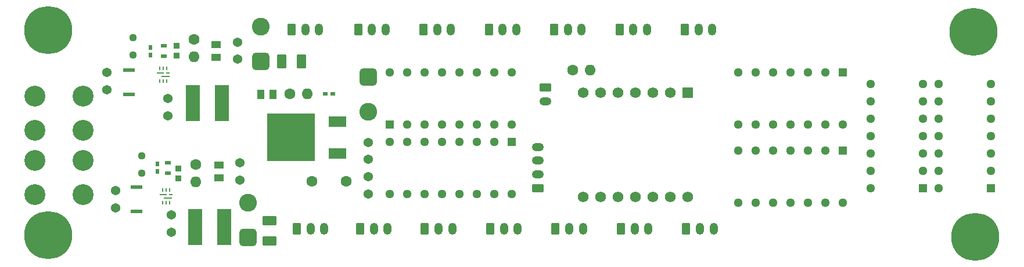
<source format=gts>
G04 #@! TF.GenerationSoftware,KiCad,Pcbnew,7.0.10*
G04 #@! TF.CreationDate,2025-02-28T21:12:07-05:00*
G04 #@! TF.ProjectId,SDP25_MainPCB_V2,53445032-355f-44d6-9169-6e5043425f56,2.1*
G04 #@! TF.SameCoordinates,Original*
G04 #@! TF.FileFunction,Soldermask,Top*
G04 #@! TF.FilePolarity,Negative*
%FSLAX46Y46*%
G04 Gerber Fmt 4.6, Leading zero omitted, Abs format (unit mm)*
G04 Created by KiCad (PCBNEW 7.0.10) date 2025-02-28 21:12:07*
%MOMM*%
%LPD*%
G01*
G04 APERTURE LIST*
G04 Aperture macros list*
%AMRoundRect*
0 Rectangle with rounded corners*
0 $1 Rounding radius*
0 $2 $3 $4 $5 $6 $7 $8 $9 X,Y pos of 4 corners*
0 Add a 4 corners polygon primitive as box body*
4,1,4,$2,$3,$4,$5,$6,$7,$8,$9,$2,$3,0*
0 Add four circle primitives for the rounded corners*
1,1,$1+$1,$2,$3*
1,1,$1+$1,$4,$5*
1,1,$1+$1,$6,$7*
1,1,$1+$1,$8,$9*
0 Add four rect primitives between the rounded corners*
20,1,$1+$1,$2,$3,$4,$5,0*
20,1,$1+$1,$4,$5,$6,$7,0*
20,1,$1+$1,$6,$7,$8,$9,0*
20,1,$1+$1,$8,$9,$2,$3,0*%
G04 Aperture macros list end*
%ADD10C,3.054000*%
%ADD11RoundRect,0.250000X0.625000X-0.350000X0.625000X0.350000X-0.625000X0.350000X-0.625000X-0.350000X0*%
%ADD12O,1.750000X1.200000*%
%ADD13RoundRect,0.102000X-0.950000X-2.550000X0.950000X-2.550000X0.950000X2.550000X-0.950000X2.550000X0*%
%ADD14C,1.371600*%
%ADD15R,1.066800X1.447800*%
%ADD16R,0.889000X0.609600*%
%ADD17RoundRect,0.250000X-0.350000X-0.625000X0.350000X-0.625000X0.350000X0.625000X-0.350000X0.625000X0*%
%ADD18O,1.200000X1.750000*%
%ADD19C,1.600000*%
%ADD20O,1.600000X1.600000*%
%ADD21R,1.803400X0.558800*%
%ADD22R,0.655599X0.499999*%
%ADD23C,7.000000*%
%ADD24R,1.295400X1.295400*%
%ADD25C,1.295400*%
%ADD26R,0.889000X0.965200*%
%ADD27RoundRect,0.102000X0.585000X0.900000X-0.585000X0.900000X-0.585000X-0.900000X0.585000X-0.900000X0*%
%ADD28R,1.447800X1.066800*%
%ADD29RoundRect,0.650000X0.650000X-0.650000X0.650000X0.650000X-0.650000X0.650000X-0.650000X-0.650000X0*%
%ADD30C,2.600000*%
%ADD31RoundRect,0.650000X-0.650000X0.650000X-0.650000X-0.650000X0.650000X-0.650000X0.650000X0.650000X0*%
%ADD32R,2.500000X1.500000*%
%ADD33R,7.000000X7.000000*%
%ADD34RoundRect,0.250000X-0.625000X0.350000X-0.625000X-0.350000X0.625000X-0.350000X0.625000X0.350000X0*%
%ADD35C,1.117600*%
%ADD36R,0.249999X0.549999*%
%ADD37R,1.000000X0.249999*%
%ADD38R,1.300000X0.249999*%
%ADD39R,0.549999X0.249999*%
%ADD40R,0.499999X0.655599*%
%ADD41RoundRect,0.102000X-0.679000X0.679000X-0.679000X-0.679000X0.679000X-0.679000X0.679000X0.679000X0*%
%ADD42C,1.562000*%
%ADD43RoundRect,0.102000X-0.900000X0.585000X-0.900000X-0.585000X0.900000X-0.585000X0.900000X0.585000X0*%
G04 APERTURE END LIST*
D10*
X101295000Y-84034000D03*
X101295000Y-79034000D03*
X94285000Y-79034000D03*
X94285000Y-84034000D03*
D11*
X167640000Y-92456000D03*
D12*
X167640000Y-90456000D03*
X167640000Y-88456000D03*
X167640000Y-86456000D03*
D13*
X117319000Y-80010000D03*
X121519000Y-80010000D03*
D10*
X101295000Y-93432000D03*
X101295000Y-88432000D03*
X94285000Y-88432000D03*
X94285000Y-93432000D03*
D14*
X114173000Y-98913000D03*
X114173000Y-96413000D03*
D15*
X127177800Y-78740000D03*
X129032000Y-78740000D03*
D16*
X113665000Y-90284300D03*
X113665000Y-88785700D03*
X113069000Y-73139300D03*
X113069000Y-71640700D03*
D17*
X189230000Y-98425000D03*
D18*
X191230000Y-98425000D03*
X193230000Y-98425000D03*
D17*
X169990000Y-69300000D03*
D18*
X171990000Y-69300000D03*
X173990000Y-69300000D03*
D19*
X172720000Y-75184000D03*
D20*
X175260000Y-75184000D03*
D21*
X109093000Y-95885000D03*
X109093000Y-92329000D03*
D22*
X136581801Y-78714600D03*
X137687399Y-78714600D03*
D14*
X123864000Y-73640000D03*
X123864000Y-71140000D03*
D17*
X151130000Y-98425000D03*
D18*
X153130000Y-98425000D03*
X155130000Y-98425000D03*
D23*
X231140000Y-69596000D03*
D24*
X163830000Y-85725000D03*
D25*
X161290000Y-85725000D03*
X158750000Y-85725000D03*
X156210000Y-85725000D03*
X153670000Y-85725000D03*
X151130000Y-85725000D03*
X148590000Y-85725000D03*
X146050000Y-85725000D03*
X146050000Y-93345000D03*
X148590000Y-93345000D03*
X151130000Y-93345000D03*
X153670000Y-93345000D03*
X156210000Y-93345000D03*
X158750000Y-93345000D03*
X161290000Y-93345000D03*
X163830000Y-93345000D03*
D26*
X115189000Y-91059000D03*
X115189000Y-89611200D03*
D24*
X223774000Y-92456000D03*
D25*
X223774000Y-89916000D03*
X223774000Y-87376000D03*
X223774000Y-84836000D03*
X223774000Y-82296000D03*
X223774000Y-79756000D03*
X223774000Y-77216000D03*
X216154000Y-77216000D03*
X216154000Y-79756000D03*
X216154000Y-82296000D03*
X216154000Y-84836000D03*
X216154000Y-87376000D03*
X216154000Y-89916000D03*
X216154000Y-92456000D03*
D14*
X106045000Y-95357000D03*
X106045000Y-92857000D03*
D27*
X133169000Y-73914000D03*
X130229000Y-73914000D03*
D28*
X121158000Y-90970100D03*
X121158000Y-89115900D03*
D19*
X131419600Y-78714600D03*
D20*
X133959600Y-78714600D03*
D17*
X189040000Y-69300000D03*
D18*
X191040000Y-69300000D03*
X193040000Y-69300000D03*
D29*
X125349000Y-99695000D03*
D30*
X125349000Y-94615000D03*
D31*
X142875000Y-76200000D03*
D30*
X142875000Y-81280000D03*
D23*
X96266000Y-99314000D03*
D32*
X138430000Y-87364600D03*
D33*
X131580000Y-85064600D03*
D32*
X138430000Y-82764600D03*
D17*
X170180000Y-98425000D03*
D18*
X172180000Y-98425000D03*
X174180000Y-98425000D03*
D34*
X168698000Y-77756000D03*
D12*
X168698000Y-79756000D03*
D19*
X134660000Y-91440000D03*
X139660000Y-91440000D03*
D21*
X107989000Y-78740000D03*
X107989000Y-75184000D03*
D24*
X146050000Y-83185000D03*
D25*
X148590000Y-83185000D03*
X151130000Y-83185000D03*
X153670000Y-83185000D03*
X156210000Y-83185000D03*
X158750000Y-83185000D03*
X161290000Y-83185000D03*
X163830000Y-83185000D03*
X163830000Y-75565000D03*
X161290000Y-75565000D03*
X158750000Y-75565000D03*
X156210000Y-75565000D03*
X153670000Y-75565000D03*
X151130000Y-75565000D03*
X148590000Y-75565000D03*
X146050000Y-75565000D03*
D35*
X108624000Y-70505000D03*
X108624000Y-73005000D03*
X109855000Y-87777000D03*
X109855000Y-90277000D03*
D14*
X113704000Y-81875000D03*
X113704000Y-79375000D03*
D23*
X231394000Y-99568000D03*
D26*
X114974000Y-73113900D03*
X114974000Y-71666100D03*
D17*
X132461000Y-98425000D03*
D18*
X134461000Y-98425000D03*
X136461000Y-98425000D03*
D19*
X117729000Y-89027000D03*
D20*
X117729000Y-91567000D03*
D29*
X127254000Y-73914000D03*
D30*
X127254000Y-68834000D03*
D24*
X212090000Y-75565000D03*
D25*
X209550000Y-75565000D03*
X207010000Y-75565000D03*
X204470000Y-75565000D03*
X201930000Y-75565000D03*
X199390000Y-75565000D03*
X196850000Y-75565000D03*
X196850000Y-83185000D03*
X199390000Y-83185000D03*
X201930000Y-83185000D03*
X204470000Y-83185000D03*
X207010000Y-83185000D03*
X209550000Y-83185000D03*
X212090000Y-83185000D03*
D17*
X150940000Y-69300000D03*
D18*
X152940000Y-69300000D03*
X154940000Y-69300000D03*
D14*
X124206000Y-91293000D03*
X124206000Y-88793000D03*
D24*
X233680000Y-92456000D03*
D25*
X233680000Y-89916000D03*
X233680000Y-87376000D03*
X233680000Y-84836000D03*
X233680000Y-82296000D03*
X233680000Y-79756000D03*
X233680000Y-77216000D03*
X226060000Y-77216000D03*
X226060000Y-79756000D03*
X226060000Y-82296000D03*
X226060000Y-84836000D03*
X226060000Y-87376000D03*
X226060000Y-89916000D03*
X226060000Y-92456000D03*
D19*
X117514000Y-70710000D03*
D20*
X117514000Y-73250000D03*
D17*
X179705000Y-98425000D03*
D18*
X181705000Y-98425000D03*
X183705000Y-98425000D03*
D36*
X113529002Y-74985001D03*
X113029003Y-74985001D03*
X112529001Y-74985001D03*
D37*
X112579001Y-75659998D03*
D36*
X112529001Y-76835000D03*
X113029003Y-76835000D03*
X113529002Y-76835000D03*
D38*
X113328999Y-76159998D03*
D39*
X113704000Y-75659998D03*
D14*
X104814000Y-78085000D03*
X104814000Y-75585000D03*
D40*
X112141000Y-88937402D03*
X112141000Y-90043000D03*
D41*
X189420500Y-78499500D03*
D42*
X186880500Y-78499500D03*
X184340500Y-78499500D03*
X181800500Y-78499500D03*
X179260500Y-78499500D03*
X176720500Y-78499500D03*
X174180500Y-78499500D03*
X174180500Y-93739500D03*
X176720500Y-93739500D03*
X179260500Y-93739500D03*
X181800500Y-93739500D03*
X184340500Y-93739500D03*
X186880500Y-93739500D03*
X189420500Y-93739500D03*
D23*
X96266000Y-69342000D03*
D17*
X160465000Y-69300000D03*
D18*
X162465000Y-69300000D03*
X164465000Y-69300000D03*
D36*
X113903001Y-92732004D03*
X113403002Y-92732004D03*
X112903000Y-92732004D03*
D37*
X112953000Y-93407001D03*
D36*
X112903000Y-94582003D03*
X113403002Y-94582003D03*
X113903001Y-94582003D03*
D38*
X113702998Y-93907001D03*
D39*
X114077999Y-93407001D03*
D40*
X111164000Y-71919402D03*
X111164000Y-73025000D03*
D17*
X141415000Y-69300000D03*
D18*
X143415000Y-69300000D03*
X145415000Y-69300000D03*
D13*
X117661000Y-98171000D03*
X121861000Y-98171000D03*
D43*
X128524000Y-97209000D03*
X128524000Y-100149000D03*
D14*
X142875000Y-93325000D03*
X142875000Y-90825000D03*
D17*
X131700000Y-69300000D03*
D18*
X133700000Y-69300000D03*
X135700000Y-69300000D03*
D24*
X212090000Y-86995000D03*
D25*
X209550000Y-86995000D03*
X207010000Y-86995000D03*
X204470000Y-86995000D03*
X201930000Y-86995000D03*
X199390000Y-86995000D03*
X196850000Y-86995000D03*
X196850000Y-94615000D03*
X199390000Y-94615000D03*
X201930000Y-94615000D03*
X204470000Y-94615000D03*
X207010000Y-94615000D03*
X209550000Y-94615000D03*
X212090000Y-94615000D03*
D28*
X120689000Y-73317100D03*
X120689000Y-71462900D03*
D17*
X141700000Y-98425000D03*
D18*
X143700000Y-98425000D03*
X145700000Y-98425000D03*
D17*
X179515000Y-69300000D03*
D18*
X181515000Y-69300000D03*
X183515000Y-69300000D03*
D17*
X160655000Y-98425000D03*
D18*
X162655000Y-98425000D03*
X164655000Y-98425000D03*
D14*
X142875000Y-85765000D03*
X142875000Y-88265000D03*
M02*

</source>
